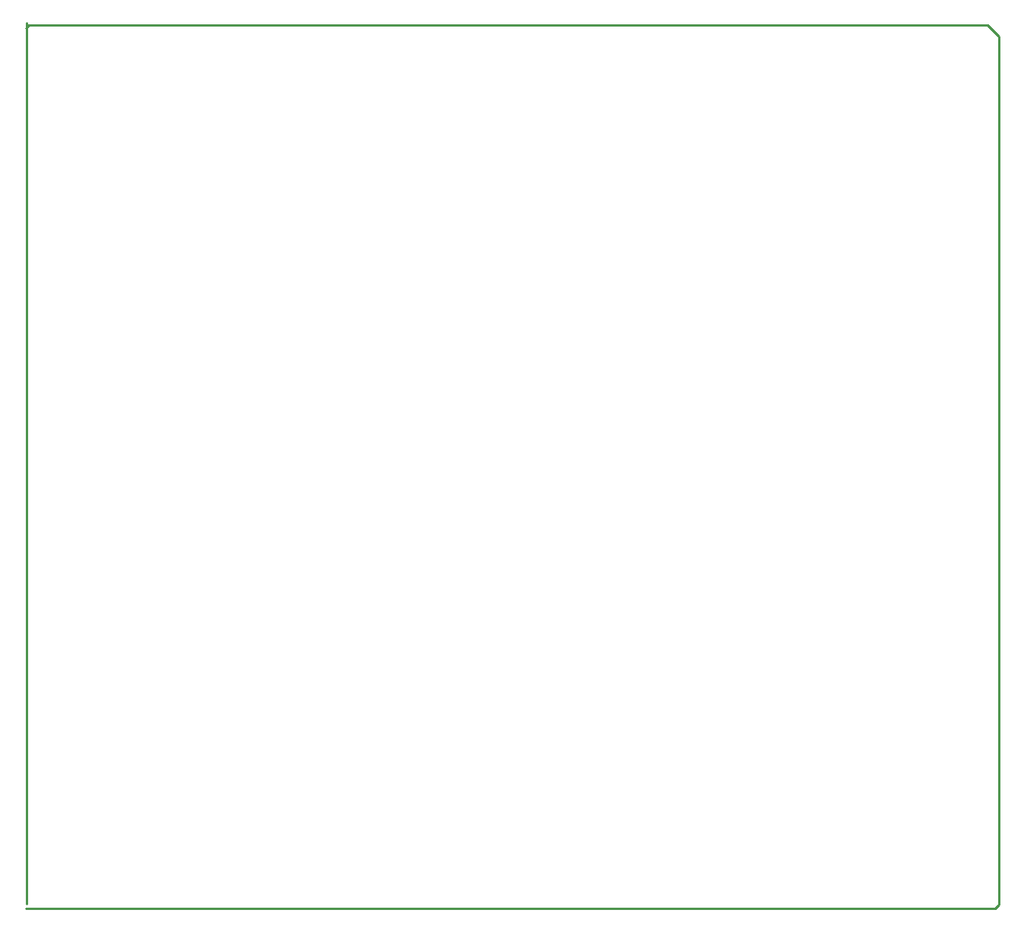
<source format=gko>
G04*
G04 #@! TF.GenerationSoftware,Altium Limited,Altium Designer,18.1.3 (115)*
G04*
G04 Layer_Color=16711935*
%FSAX25Y25*%
%MOIN*%
G70*
G01*
G75*
%ADD13C,0.01000*%
D13*
X0148516Y0489216D02*
X0149916Y0490616D01*
X0570216D01*
X0575216Y0485616D01*
Y0104716D02*
Y0485616D01*
X0573516Y0103016D02*
X0575216Y0104716D01*
X0148716Y0103016D02*
X0573516D01*
X0148516Y0102816D02*
X0148716Y0103016D01*
X0149116Y0105016D02*
Y0491416D01*
M02*

</source>
